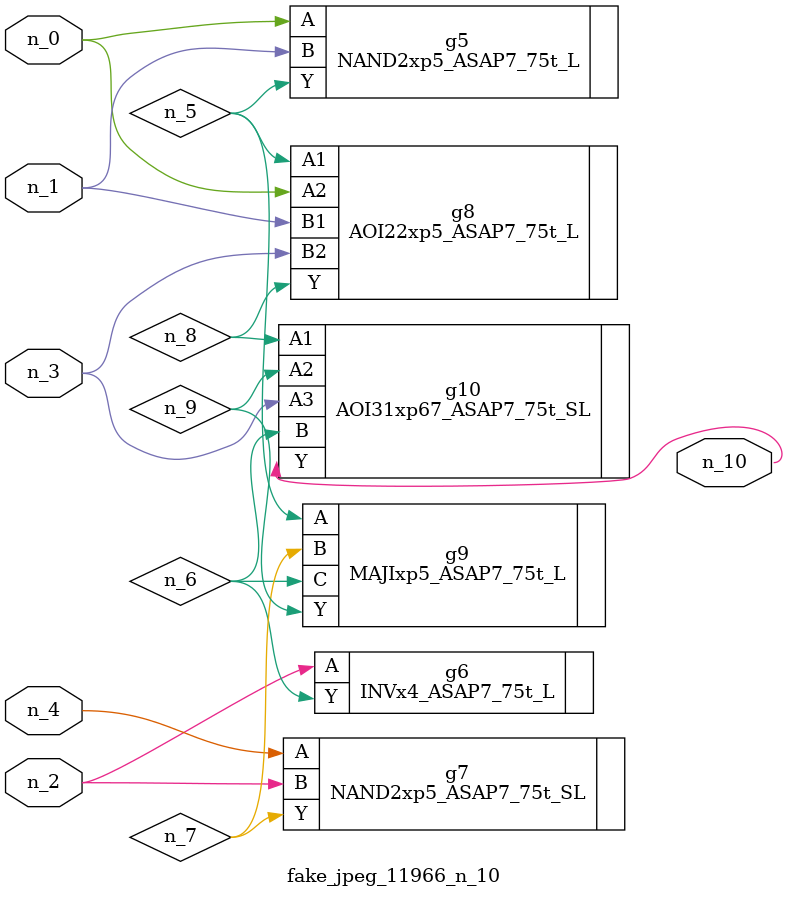
<source format=v>
module fake_jpeg_11966_n_10 (n_3, n_2, n_1, n_0, n_4, n_10);

input n_3;
input n_2;
input n_1;
input n_0;
input n_4;

output n_10;

wire n_8;
wire n_9;
wire n_6;
wire n_5;
wire n_7;

NAND2xp5_ASAP7_75t_L g5 ( 
.A(n_0),
.B(n_1),
.Y(n_5)
);

INVx4_ASAP7_75t_L g6 ( 
.A(n_2),
.Y(n_6)
);

NAND2xp5_ASAP7_75t_SL g7 ( 
.A(n_4),
.B(n_2),
.Y(n_7)
);

AOI22xp5_ASAP7_75t_L g8 ( 
.A1(n_5),
.A2(n_0),
.B1(n_1),
.B2(n_3),
.Y(n_8)
);

AOI31xp67_ASAP7_75t_SL g10 ( 
.A1(n_8),
.A2(n_9),
.A3(n_3),
.B(n_6),
.Y(n_10)
);

MAJIxp5_ASAP7_75t_L g9 ( 
.A(n_5),
.B(n_7),
.C(n_6),
.Y(n_9)
);


endmodule
</source>
